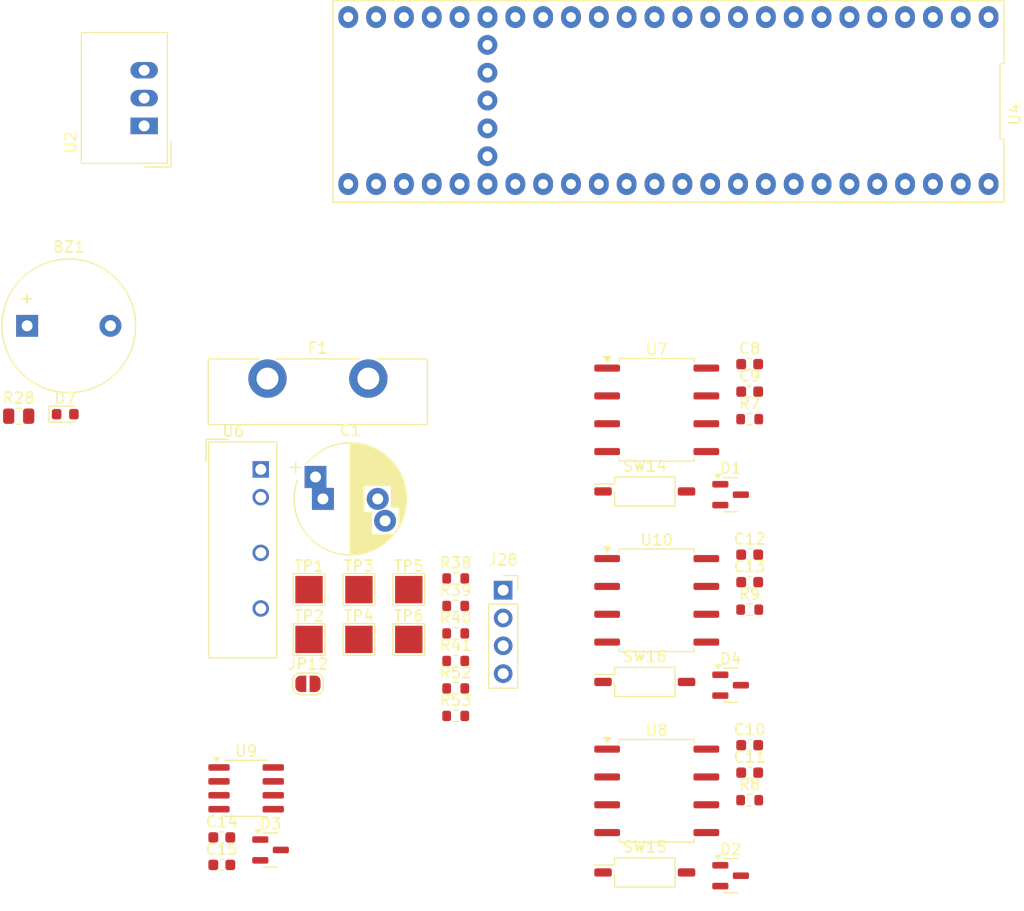
<source format=kicad_pcb>
(kicad_pcb (version 20241229) (generator "pcbnew") (generator_version "9.0")
  (layers (0 "F.Cu" signal) (2 "B.Cu" signal) (13 "F.Paste" user) (15 "B.Paste" user) (5 "F.SilkS" user "F.Silkscreen") (7 "B.SilkS" user "B.Silkscreen") (1 "F.Mask" user) (3 "B.Mask" user) (25 "Edge.Cuts" user))
  (net 0 "")
  (net 1 "+12V")
  (net 2 "GND")
  (net 3 "+3.3V")
  (net 4 "+5V_ISO")
  (net 5 "GND_ISO")
  (net 6 "+5V")
  (net 7 "/CAN1_HIGH_ISO")
  (net 8 "/CAN1_LOW_ISO")
  (net 9 "/CAN2_LOW_ISO")
  (net 10 "/CAN2_HIGH_ISO")
  (net 11 "/UART_TX_ISO")
  (net 12 "/UART_RX_ISO")
  (net 13 "/CAN3_HIGH")
  (net 14 "/CAN3_LOW")
  (net 15 "/RAW_INPUT")
  (net 16 "I2C_SCL")
  (net 17 "I2C_SDA")
  (net 18 "Net-(JP12-A)")
  (net 19 "Net-(R7-Pad2)")
  (net 20 "Net-(R8-Pad2)")
  (net 21 "Net-(R9-Pad2)")
  (net 22 "Net-(U4-31_CTX3)")
  (net 25 "Net-(U4-30_CRX3)")
  (net 26 "Net-(U4-22_A8_CTX1)")
  (net 27 "/CAN1_TX")
  (net 28 "Net-(U4-23_A9_CRX1_MCLK1)")
  (net 29 "/CAN1_RX")
  (net 30 "/SERIAL1_RX")
  (net 31 "Net-(U4-0_RX1_CRX2_CS1)")
  (net 32 "/SERIAL1_TX")
  (net 33 "Net-(U4-1_TX1_CTX2_MISO1)")
  (net 34 "/CAN2_RX")
  (net 35 "/CAN2_TX")
  (net 36 "/UART_TX")
  (net 37 "/UART_RX")
  (net 38 "/CAN3_RX")
  (net 39 "/CAN3_TX")
  (net 42 "V_Supply_Sense")
  (net 81 "Net-(D7-A)")
  (footprint "TestPoint:TestPoint_Pad_2.5x2.5mm" (layer "F.Cu") (at 121.0525 91.785)
    (property "Reference" "TP3" (at 0 -2.148 0) (layer "F.SilkS"))
    (property "Value" "TestPoint")
    (pad "1" smd rect (at 0 0) (size 2.5 2.5) (layers "F.Cu" "F.Mask") (net 3 "+3.3V"))
  )
  (footprint "Resistor_SMD:R_0603_1608Metric" (layer "F.Cu") (at 129.8825 100.805)
    (property "Reference" "R52" (at 0 -1.43 0) (layer "F.SilkS"))
    (property "Value" "330R")
    (pad "1" smd roundrect (at -0.825 0) (size 0.8 0.95) (layers "F.Cu" "F.Mask" "F.Paste") (net 31 "Net-(U4-0_RX1_CRX2_CS1)"))
    (pad "2" smd roundrect (at 0.825 0) (size 0.8 0.95) (layers "F.Cu" "F.Mask" "F.Paste") (net 30 "/SERIAL1_RX"))
  )
  (footprint "Package_TO_SOT_SMD:SOT-23" (layer "F.Cu") (at 154.9625 83.12)
    (property "Reference" "D1" (at 0 -2.4 0) (layer "F.SilkS"))
    (property "Value" "PESD1CAN")
    (pad "1" smd roundrect (at -0.9375 -0.95) (size 1.475 0.6) (layers "F.Cu" "F.Mask" "F.Paste") (net 8 "/CAN1_LOW_ISO"))
    (pad "2" smd roundrect (at -0.9375 0.95) (size 1.475 0.6) (layers "F.Cu" "F.Mask" "F.Paste") (net 7 "/CAN1_HIGH_ISO"))
    (pad "3" smd roundrect (at 0.9375 0) (size 1.475 0.6) (layers "F.Cu" "F.Mask" "F.Paste") (net 5 "GND_ISO"))
  )
  (footprint "teensy_library:Teensy_4.1_RTC" (layer "F.Cu") (at 149.29 48.415 180)
    (property "Reference" "U4" (at -31.61 0 90) (layer "F.SilkS"))
    (property "Value" "Teensy4.1")
    (pad "1" thru_hole oval (at -29.21 8.89 180) (size 1.8 2) (drill 0.9) (layers "*.Cu" "*.Mask") (net 2 "GND"))
    (pad "2" thru_hole oval (at -26.67 8.89 180) (size 1.8 2) (drill 0.9) (layers "*.Cu" "*.Mask") (net 31 "Net-(U4-0_RX1_CRX2_CS1)"))
    (pad "3" thru_hole oval (at -24.13 8.89 180) (size 1.8 2) (drill 0.9) (layers "*.Cu" "*.Mask") (net 33 "Net-(U4-1_TX1_CTX2_MISO1)"))
    (pad "4" thru_hole oval (at -21.59 8.89 180) (size 1.8 2) (drill 0.9) (layers "*.Cu" "*.Mask"))
    (pad "5" thru_hole oval (at -19.05 8.89 180) (size 1.8 2) (drill 0.9) (layers "*.Cu" "*.Mask"))
    (pad "6" thru_hole oval (at -16.51 8.89 180) (size 1.8 2) (drill 0.9) (layers "*.Cu" "*.Mask"))
    (pad "7" thru_hole oval (at -13.97 8.89 180) (size 1.8 2) (drill 0.9) (layers "*.Cu" "*.Mask"))
    (pad "8" thru_hole oval (at -11.43 8.89 180) (size 1.8 2) (drill 0.9) (layers "*.Cu" "*.Mask"))
    (pad "9" thru_hole oval (at -8.89 8.89 180) (size 1.8 2) (drill 0.9) (layers "*.Cu" "*.Mask"))
    (pad "10" thru_hole oval (at -6.35 8.89 180) (size 1.8 2) (drill 0.9) (layers "*.Cu" "*.Mask"))
    (pad "11" thru_hole oval (at -3.81 8.89 180) (size 1.8 2) (drill 0.9) (layers "*.Cu" "*.Mask"))
    (pad "12" thru_hole oval (at -1.27 8.89 180) (size 1.8 2) (drill 0.9) (layers "*.Cu" "*.Mask"))
    (pad "13" thru_hole oval (at 1.27 8.89 180) (size 1.8 2) (drill 0.9) (layers "*.Cu" "*.Mask"))
    (pad "14" thru_hole oval (at 3.81 8.89 180) (size 1.8 2) (drill 0.9) (layers "*.Cu" "*.Mask"))
    (pad "15" thru_hole oval (at 6.35 8.89 180) (size 1.8 2) (drill 0.9) (layers "*.Cu" "*.Mask") (net 18 "Net-(JP12-A)"))
    (pad "16" thru_hole oval (at 8.89 8.89 180) (size 1.8 2) (drill 0.9) (layers "*.Cu" "*.Mask") (net 42 "V_Supply_Sense"))
    (pad "17" thru_hole oval (at 11.43 8.89 180) (size 1.8 2) (drill 0.9) (layers "*.Cu" "*.Mask"))
    (pad "18" thru_hole oval (at 13.97 8.89 180) (size 1.8 2) (drill 0.9) (layers "*.Cu" "*.Mask"))
    (pad "19" thru_hole oval (at 16.51 8.89 180) (size 1.8 2) (drill 0.9) (layers "*.Cu" "*.Mask"))
    (pad "20" thru_hole oval (at 19.05 8.89 180) (size 1.8 2) (drill 0.9) (layers "*.Cu" "*.Mask"))
    (pad "21" thru_hole oval (at 21.59 8.89 180) (size 1.8 2) (drill 0.9) (layers "*.Cu" "*.Mask"))
    (pad "22" thru_hole oval (at 24.13 8.89 180) (size 1.8 2) (drill 0.9) (layers "*.Cu" "*.Mask") (net 25 "Net-(U4-30_CRX3)"))
    (pad "23" thru_hole oval (at 26.67 8.89 180) (size 1.8 2) (drill 0.9) (layers "*.Cu" "*.Mask") (net 22 "Net-(U4-31_CTX3)"))
    (pad "24" thru_hole oval (at 29.21 8.89 180) (size 1.8 2) (drill 0.9) (layers "*.Cu" "*.Mask"))
    (pad "25" thru_hole oval (at 29.21 -6.35 180) (size 1.8 2) (drill 0.9) (layers "*.Cu" "*.Mask"))
    (pad "26" thru_hole oval (at 26.67 -6.35 180) (size 1.8 2) (drill 0.9) (layers "*.Cu" "*.Mask"))
    (pad "27" thru_hole oval (at 24.13 -6.35 180) (size 1.8 2) (drill 0.9) (layers "*.Cu" "*.Mask"))
    (pad "28" thru_hole oval (at 21.59 -6.35 180) (size 1.8 2) (drill 0.9) (layers "*.Cu" "*.Mask"))
    (pad "29" thru_hole oval (at 19.05 -6.35 180) (size 1.8 2) (drill 0.9) (layers "*.Cu" "*.Mask"))
    (pad "30" thru_hole oval (at 16.51 -6.35 180) (size 1.8 2) (drill 0.9) (layers "*.Cu" "*.Mask"))
    (pad "31" thru_hole oval (at 13.97 -6.35 180) (size 1.8 2) (drill 0.9) (layers "*.Cu" "*.Mask"))
    (pad "32" thru_hole oval (at 11.43 -6.35 180) (size 1.8 2) (drill 0.9) (layers "*.Cu" "*.Mask"))
    (pad "33" thru_hole oval (at 8.89 -6.35 180) (size 1.8 2) (drill 0.9) (layers "*.Cu" "*.Mask"))
    (pad "34" thru_hole oval (at 6.35 -6.35 180) (size 1.8 2) (drill 0.9) (layers "*.Cu" "*.Mask") (net 2 "GND"))
    (pad "35" thru_hole oval (at 3.81 -6.35 180) (size 1.8 2) (drill 0.9) (layers "*.Cu" "*.Mask"))
    (pad "36" thru_hole oval (at 1.27 -6.35 180) (size 1.8 2) (drill 0.9) (layers "*.Cu" "*.Mask"))
    (pad "37" thru_hole oval (at -1.27 -6.35 180) (size 1.8 2) (drill 0.9) (layers "*.Cu" "*.Mask"))
    (pad "38" thru_hole oval (at -3.81 -6.35 180) (size 1.8 2) (drill 0.9) (layers "*.Cu" "*.Mask"))
    (pad "39" thru_hole oval (at -6.35 -6.35 180) (size 1.8 2) (drill 0.9) (layers "*.Cu" "*.Mask"))
    (pad "40" thru_hole oval (at -8.89 -6.35 180) (size 1.8 2) (drill 0.9) (layers "*.Cu" "*.Mask"))
    (pad "41" thru_hole oval (at -11.43 -6.35 180) (size 1.8 2) (drill 0.9) (layers "*.Cu" "*.Mask"))
    (pad "42" thru_hole oval (at -13.97 -6.35 180) (size 1.8 2) (drill 0.9) (layers "*.Cu" "*.Mask"))
    (pad "43" thru_hole oval (at -16.51 -6.35 180) (size 1.8 2) (drill 0.9) (layers "*.Cu" "*.Mask"))
    (pad "44" thru_hole oval (at -19.05 -6.35 180) (size 1.8 2) (drill 0.9) (layers "*.Cu" "*.Mask") (net 26 "Net-(U4-22_A8_CTX1)"))
    (pad "45" thru_hole oval (at -21.59 -6.35 180) (size 1.8 2) (drill 0.9) (layers "*.Cu" "*.Mask") (net 28 "Net-(U4-23_A9_CRX1_MCLK1)"))
    (pad "46" thru_hole oval (at -24.13 -6.35 180) (size 1.8 2) (drill 0.9) (layers "*.Cu" "*.Mask") (net 3 "+3.3V"))
    (pad "47" thru_hole oval (at -26.67 -6.35 180) (size 1.8 2) (drill 0.9) (layers "*.Cu" "*.Mask") (net 2 "GND"))
    (pad "48" thru_hole oval (at -29.21 -6.35 180) (size 1.8 2) (drill 0.9) (layers "*.Cu" "*.Mask") (net 6 "+5V"))
    (pad "49" thru_hole circle (at 16.51 6.35 180) (size 1.8 1.8) (drill 0.9) (layers "*.Cu" "*.Mask"))
    (pad "50" thru_hole circle (at 16.51 3.81 180) (size 1.8 1.8) (drill 0.9) (layers "*.Cu" "*.Mask"))
    (pad "51" thru_hole circle (at 16.51 1.27 180) (size 1.8 1.8) (drill 0.9) (layers "*.Cu" "*.Mask"))
    (pad "52" thru_hole circle (at 16.51 -1.27 180) (size 1.8 1.8) (drill 0.9) (layers "*.Cu" "*.Mask"))
    (pad "53" thru_hole circle (at 16.51 -3.81 180) (size 1.8 1.8) (drill 0.9) (layers "*.Cu" "*.Mask"))
  )
  (footprint "Connector_PinSocket_2.54mm:PinSocket_1x04_P2.54mm_Vertical" (layer "F.Cu") (at 134.2125 91.835)
    (property "Reference" "J28" (at 0 -2.77 0) (layer "F.SilkS"))
    (property "Value" "OLED")
    (pad "1" thru_hole rect (at 0 0) (size 1.7 1.7) (drill 1) (layers "*.Cu" "*.Mask") (net 17 "I2C_SDA"))
    (pad "2" thru_hole oval (at 0 2.54) (size 1.7 1.7) (drill 1) (layers "*.Cu" "*.Mask") (net 16 "I2C_SCL"))
    (pad "3" thru_hole oval (at 0 5.08) (size 1.7 1.7) (drill 1) (layers "*.Cu" "*.Mask") (net 3 "+3.3V"))
    (pad "4" thru_hole oval (at 0 7.62) (size 1.7 1.7) (drill 1) (layers "*.Cu" "*.Mask") (net 2 "GND"))
  )
  (footprint "Package_SO:SOP-8_6.62x9.15mm_P2.54mm" (layer "F.Cu") (at 148.2225 75.375)
    (property "Reference" "U7" (at 0 -5.52 0) (layer "F.SilkS"))
    (property "Value" "ISO1050DUB")
    (pad "1" smd roundrect (at -4.525 -3.81) (size 2.35 0.65) (layers "F.Cu" "F.Mask" "F.Paste") (net 3 "+3.3V"))
    (pad "2" smd roundrect (at -4.525 -1.27) (size 2.35 0.65) (layers "F.Cu" "F.Mask" "F.Paste") (net 29 "/CAN1_RX"))
    (pad "3" smd roundrect (at -4.525 1.27) (size 2.35 0.65) (layers "F.Cu" "F.Mask" "F.Paste") (net 27 "/CAN1_TX"))
    (pad "4" smd roundrect (at -4.525 3.81) (size 2.35 0.65) (layers "F.Cu" "F.Mask" "F.Paste") (net 2 "GND"))
    (pad "5" smd roundrect (at 4.525 3.81) (size 2.35 0.65) (layers "F.Cu" "F.Mask" "F.Paste") (net 5 "GND_ISO"))
    (pad "6" smd roundrect (at 4.525 1.27) (size 2.35 0.65) (layers "F.Cu" "F.Mask" "F.Paste") (net 8 "/CAN1_LOW_ISO"))
    (pad "7" smd roundrect (at 4.525 -1.27) (size 2.35 0.65) (layers "F.Cu" "F.Mask" "F.Paste") (net 7 "/CAN1_HIGH_ISO"))
    (pad "8" smd roundrect (at 4.525 -3.81) (size 2.35 0.65) (layers "F.Cu" "F.Mask" "F.Paste") (net 4 "+5V_ISO"))
  )
  (footprint "Package_SO:SOP-8_6.62x9.15mm_P2.54mm" (layer "F.Cu") (at 148.2225 92.765)
    (property "Reference" "U10" (at 0 -5.52 0) (layer "F.SilkS"))
    (property "Value" "ISO1050DUB")
    (pad "1" smd roundrect (at -4.525 -3.81) (size 2.35 0.65) (layers "F.Cu" "F.Mask" "F.Paste") (net 3 "+3.3V"))
    (pad "2" smd roundrect (at -4.525 -1.27) (size 2.35 0.65) (layers "F.Cu" "F.Mask" "F.Paste") (net 38 "/CAN3_RX"))
    (pad "3" smd roundrect (at -4.525 1.27) (size 2.35 0.65) (layers "F.Cu" "F.Mask" "F.Paste") (net 39 "/CAN3_TX"))
    (pad "4" smd roundrect (at -4.525 3.81) (size 2.35 0.65) (layers "F.Cu" "F.Mask" "F.Paste") (net 2 "GND"))
    (pad "5" smd roundrect (at 4.525 3.81) (size 2.35 0.65) (layers "F.Cu" "F.Mask" "F.Paste") (net 2 "GND"))
    (pad "6" smd roundrect (at 4.525 1.27) (size 2.35 0.65) (layers "F.Cu" "F.Mask" "F.Paste") (net 14 "/CAN3_LOW"))
    (pad "7" smd roundrect (at 4.525 -1.27) (size 2.35 0.65) (layers "F.Cu" "F.Mask" "F.Paste") (net 13 "/CAN3_HIGH"))
    (pad "8" smd roundrect (at 4.525 -3.81) (size 2.35 0.65) (layers "F.Cu" "F.Mask" "F.Paste") (net 6 "+5V"))
  )
  (footprint "Converter_DCDC:Converter_DCDC_TRACO_TSR-1_THT" (layer "F.Cu") (at 101.4575 49.4575 90)
    (property "Reference" "U2" (at -1.5 -6.71 90) (layer "F.SilkS"))
    (property "Value" "TSR_1-2450")
    (pad "1" thru_hole rect (at 0 0 90) (size 1.5 2.5) (drill 1) (layers "*.Cu" "*.Mask") (net 1 "+12V"))
    (pad "2" thru_hole oval (at 2.54 0 90) (size 1.5 2.5) (drill 1) (layers "*.Cu" "*.Mask") (net 2 "GND"))
    (pad "3" thru_hole oval (at 5.08 0 90) (size 1.5 2.5) (drill 1) (layers "*.Cu" "*.Mask") (net 6 "+5V"))
  )
  (footprint "Package_TO_SOT_SMD:SOT-23" (layer "F.Cu") (at 154.9625 117.9)
    (property "Reference" "D2" (at 0 -2.4 0) (layer "F.SilkS"))
    (property "Value" "PESD1CAN")
    (pad "1" smd roundrect (at -0.9375 -0.95) (size 1.475 0.6) (layers "F.Cu" "F.Mask" "F.Paste") (net 9 "/CAN2_LOW_ISO"))
    (pad "2" smd roundrect (at -0.9375 0.95) (size 1.475 0.6) (layers "F.Cu" "F.Mask" "F.Paste") (net 10 "/CAN2_HIGH_ISO"))
    (pad "3" smd roundrect (at 0.9375 0) (size 1.475 0.6) (layers "F.Cu" "F.Mask" "F.Paste") (net 5 "GND_ISO"))
  )
  (footprint "Package_TO_SOT_SMD:SOT-23" (layer "F.Cu") (at 112.9925 115.55)
    (property "Reference" "D3" (at 0 -2.4 0) (layer "F.SilkS"))
    (property "Value" "PESD1CAN")
    (pad "1" smd roundrect (at -0.9375 -0.95) (size 1.475 0.6) (layers "F.Cu" "F.Mask" "F.Paste") (net 12 "/UART_RX_ISO"))
    (pad "2" smd roundrect (at -0.9375 0.95) (size 1.475 0.6) (layers "F.Cu" "F.Mask" "F.Paste") (net 11 "/UART_TX_ISO"))
    (pad "3" smd roundrect (at 0.9375 0) (size 1.475 0.6) (layers "F.Cu" "F.Mask" "F.Paste") (net 5 "GND_ISO"))
  )
  (footprint "Capacitor_SMD:C_0603_1608Metric" (layer "F.Cu") (at 156.7025 108.495)
    (property "Reference" "C11" (at 0 -1.43 0) (layer "F.SilkS"))
    (property "Value" "1uF")
    (pad "1" smd roundrect (at -0.775 0) (size 0.9 0.95) (layers "F.Cu" "F.Mask" "F.Paste") (net 5 "GND_ISO"))
    (pad "2" smd roundrect (at 0.775 0) (size 0.9 0.95) (layers "F.Cu" "F.Mask" "F.Paste") (net 4 "+5V_ISO"))
  )
  (footprint "Package_SO:SOP-8_6.62x9.15mm_P2.54mm" (layer "F.Cu") (at 148.2225 110.155)
    (property "Reference" "U8" (at 0 -5.52 0) (layer "F.SilkS"))
    (property "Value" "ISO1050DUB")
    (pad "1" smd roundrect (at -4.525 -3.81) (size 2.35 0.65) (layers "F.Cu" "F.Mask" "F.Paste") (net 3 "+3.3V"))
    (pad "2" smd roundrect (at -4.525 -1.27) (size 2.35 0.65) (layers "F.Cu" "F.Mask" "F.Paste") (net 34 "/CAN2_RX"))
    (pad "3" smd roundrect (at -4.525 1.27) (size 2.35 0.65) (layers "F.Cu" "F.Mask" "F.Paste") (net 35 "/CAN2_TX"))
    (pad "4" smd roundrect (at -4.525 3.81) (size 2.35 0.65) (layers "F.Cu" "F.Mask" "F.Paste") (net 2 "GND"))
    (pad "5" smd roundrect (at 4.525 3.81) (size 2.35 0.65) (layers "F.Cu" "F.Mask" "F.Paste") (net 5 "GND_ISO"))
    (pad "6" smd roundrect (at 4.525 1.27) (size 2.35 0.65) (layers "F.Cu" "F.Mask" "F.Paste") (net 9 "/CAN2_LOW_ISO"))
    (pad "7" smd roundrect (at 4.525 -1.27) (size 2.35 0.65) (layers "F.Cu" "F.Mask" "F.Paste") (net 10 "/CAN2_HIGH_ISO"))
    (pad "8" smd roundrect (at 4.525 -3.81) (size 2.35 0.65) (layers "F.Cu" "F.Mask" "F.Paste") (net 4 "+5V_ISO"))
  )
  (footprint "Capacitor_SMD:C_0603_1608Metric" (layer "F.Cu") (at 156.7025 91.105)
    (property "Reference" "C13" (at 0 -1.43 0) (layer "F.SilkS"))
    (property "Value" "1uF")
    (pad "1" smd roundrect (at -0.775 0) (size 0.9 0.95) (layers "F.Cu" "F.Mask" "F.Paste") (net 2 "GND"))
    (pad "2" smd roundrect (at 0.775 0) (size 0.9 0.95) (layers "F.Cu" "F.Mask" "F.Paste") (net 6 "+5V"))
  )
  (footprint "TestPoint:TestPoint_Pad_2.5x2.5mm" (layer "F.Cu") (at 116.5025 91.785)
    (property "Reference" "TP1" (at 0 -2.148 0) (layer "F.SilkS"))
    (property "Value" "TestPoint")
    (pad "1" smd rect (at 0 0) (size 2.5 2.5) (layers "F.Cu" "F.Mask") (net 1 "+12V"))
  )
  (footprint "Button_Switch_SMD:SW_DIP_SPSTx01_Slide_Copal_CHS-01B_W7.62mm_P1.27mm" (layer "F.Cu") (at 147.1325 117.605)
    (property "Reference" "SW15" (at 0 -2.33 0) (layer "F.SilkS"))
    (property "Value" "SW_DIP_x01")
    (pad "1" smd roundrect (at -3.81 0) (size 1.6 0.76) (layers "F.Cu" "F.Mask" "F.Paste") (net 5 "GND_ISO"))
    (pad "2" smd roundrect (at 3.81 0) (size 1.6 0.76) (layers "F.Cu" "F.Mask" "F.Paste") (net 20 "Net-(R8-Pad2)"))
  )
  (footprint "Button_Switch_SMD:SW_DIP_SPSTx01_Slide_Copal_CHS-01B_W7.62mm_P1.27mm" (layer "F.Cu") (at 147.1325 82.825)
    (property "Reference" "SW14" (at 0 -2.33 0) (layer "F.SilkS"))
    (property "Value" "SW_DIP_x01")
    (pad "1" smd roundrect (at -3.81 0) (size 1.6 0.76) (layers "F.Cu" "F.Mask" "F.Paste") (net 5 "GND_ISO"))
    (pad "2" smd roundrect (at 3.81 0) (size 1.6 0.76) (layers "F.Cu" "F.Mask" "F.Paste") (net 19 "Net-(R7-Pad2)"))
  )
  (footprint "Resistor_SMD:R_0603_1608Metric" (layer "F.Cu") (at 156.7025 111.005)
    (property "Reference" "R8" (at 0 -1.43 0) (layer "F.SilkS"))
    (property "Value" "120")
    (pad "1" smd roundrect (at -0.825 0) (size 0.8 0.95) (layers "F.Cu" "F.Mask" "F.Paste") (net 10 "/CAN2_HIGH_ISO"))
    (pad "2" smd roundrect (at 0.825 0) (size 0.8 0.95) (layers "F.Cu" "F.Mask" "F.Paste") (net 20 "Net-(R8-Pad2)"))
  )
  (footprint "Capacitor_SMD:C_0603_1608Metric" (layer "F.Cu") (at 108.5425 116.915)
    (property "Reference" "C15" (at 0 -1.43 0) (layer "F.SilkS"))
    (property "Value" "1uF")
    (pad "1" smd roundrect (at -0.775 0) (size 0.9 0.95) (layers "F.Cu" "F.Mask" "F.Paste") (net 5 "GND_ISO"))
    (pad "2" smd roundrect (at 0.775 0) (size 0.9 0.95) (layers "F.Cu" "F.Mask" "F.Paste") (net 4 "+5V_ISO"))
  )
  (footprint "Package_SO:SOIC-8_3.9x4.9mm_P1.27mm" (layer "F.Cu") (at 110.7625 109.925)
    (property "Reference" "U9" (at 0 -3.4 0) (layer "F.SilkS"))
    (property "Value" "ISO7221C")
    (pad "1" smd roundrect (at -2.475 -1.905) (size 1.95 0.6) (layers "F.Cu" "F.Mask" "F.Paste") (net 3 "+3.3V"))
    (pad "2" smd roundrect (at -2.475 -0.635) (size 1.95 0.6) (layers "F.Cu" "F.Mask" "F.Paste") (net 37 "/UART_RX"))
    (pad "3" smd roundrect (at -2.475 0.635) (size 1.95 0.6) (layers "F.Cu" "F.Mask" "F.Paste") (net 36 "/UART_TX"))
    (pad "4" smd roundrect (at -2.475 1.905) (size 1.95 0.6) (layers "F.Cu" "F.Mask" "F.Paste") (net 2 "GND"))
    (pad "5" smd roundrect (at 2.475 1.905) (size 1.95 0.6) (layers "F.Cu" "F.Mask" "F.Paste") (net 5 "GND_ISO"))
    (pad "6" smd roundrect (at 2.475 0.635) (size 1.95 0.6) (layers "F.Cu" "F.Mask" "F.Paste") (net 11 "/UART_TX_ISO"))
    (pad "7" smd roundrect (at 2.475 -0.635) (size 1.95 0.6) (layers "F.Cu" "F.Mask" "F.Paste") (net 12 "/UART_RX_ISO"))
    (pad "8" smd roundrect (at 2.475 -1.905) (size 1.95 0.6) (layers "F.Cu" "F.Mask" "F.Paste") (net 4 "+5V_ISO"))
  )
  (footprint "TestPoint:TestPoint_Pad_2.5x2.5mm" (layer "F.Cu") (at 121.0525 96.335)
    (property "Reference" "TP4" (at 0 -2.148 0) (layer "F.SilkS"))
    (property "Value" "TestPoint")
    (pad "1" smd rect (at 0 0) (size 2.5 2.5) (layers "F.Cu" "F.Mask") (net 4 "+5V_ISO"))
  )
  (footprint "Resistor_SMD:R_0603_1608Metric" (layer "F.Cu") (at 156.7025 76.225)
    (property "Reference" "R7" (at 0 -1.43 0) (layer "F.SilkS"))
    (property "Value" "120")
    (pad "1" smd roundrect (at -0.825 0) (size 0.8 0.95) (layers "F.Cu" "F.Mask" "F.Paste") (net 7 "/CAN1_HIGH_ISO"))
    (pad "2" smd roundrect (at 0.825 0) (size 0.8 0.95) (layers "F.Cu" "F.Mask" "F.Paste") (net 19 "Net-(R7-Pad2)"))
  )
  (footprint "Fuse:Fuseholder_Blade_ATO_Littelfuse_Pudenz_2_Pin" (layer "F.Cu") (at 112.7125 72.525)
    (property "Reference" "F1" (at 4.57 -2.78 0) (layer "F.SilkS"))
    (property "Value" "20A Fuse")
    (pad "" np_thru_hole circle (at 4.6 1.2) (size 2.4 2.4) (drill 2.4) (layers "*.Cu" "*.Mask"))
    (pad "1" thru_hole circle (at 0 0) (size 3.5 3.5) (drill 2) (layers "*.Cu" "*.Mask") (net 15 "/RAW_INPUT"))
    (pad "2" thru_hole circle (at 9.2 0) (size 3.5 3.5) (drill 2) (layers "*.Cu" "*.Mask") (net 1 "+12V"))
  )
  (footprint "Resistor_SMD:R_0603_1608Metric" (layer "F.Cu") (at 129.8825 103.315)
    (property "Reference" "R53" (at 0 -1.43 0) (layer "F.SilkS"))
    (property "Value" "330R")
    (pad "1" smd roundrect (at -0.825 0) (size 0.8 0.95) (layers "F.Cu" "F.Mask" "F.Paste") (net 33 "Net-(U4-1_TX1_CTX2_MISO1)"))
    (pad "2" smd roundrect (at 0.825 0) (size 0.8 0.95) (layers "F.Cu" "F.Mask" "F.Paste") (net 32 "/SERIAL1_TX"))
  )
  (footprint "Buzzer_Beeper:Buzzer_12x9.5RM7.6" (layer "F.Cu") (at 90.7825 67.705)
    (property "Reference" "BZ1" (at 3.8 -7.2 0) (layer "F.SilkS"))
    (property "Value" "Buzzer")
    (fp_text user "+" (at -0.01 -2.54 0) (layer "F.SilkS"))
    (pad "1" thru_hole rect (at 0 0) (size 2 2) (drill 1) (layers "*.Cu" "*.Mask") (net 15 "/RAW_INPUT"))
    (pad "2" thru_hole circle (at 7.6 0) (size 2 2) (drill 1) (layers "*.Cu" "*.Mask") (net 1 "+12V"))
  )
  (footprint "TestPoint:TestPoint_Pad_2.5x2.5mm" (layer "F.Cu") (at 125.6025 96.335)
    (property "Reference" "TP6" (at 0 -2.148 0) (layer "F.SilkS"))
    (property "Value" "TestPoint")
    (pad "1" smd rect (at 0 0) (size 2.5 2.5) (layers "F.Cu" "F.Mask") (net 5 "GND_ISO"))
  )
  (footprint "Resistor_SMD:R_0603_1608Metric" (layer "F.Cu") (at 129.8825 93.275)
    (property "Reference" "R39" (at 0 -1.43 0) (layer "F.SilkS"))
    (property "Value" "330R")
    (pad "1" smd roundrect (at -0.825 0) (size 0.8 0.95) (layers "F.Cu" "F.Mask" "F.Paste") (net 25 "Net-(U4-30_CRX3)"))
    (pad "2" smd roundrect (at 0.825 0) (size 0.8 0.95) (layers "F.Cu" "F.Mask" "F.Paste"))
  )
  (footprint "TestPoint:TestPoint_Pad_2.5x2.5mm" (layer "F.Cu") (at 125.6025 91.785)
    (property "Reference" "TP5" (at 0 -2.148 0) (layer "F.SilkS"))
    (property "Value" "TestPoint")
    (pad "1" smd rect (at 0 0) (size 2.5 2.5) (layers "F.Cu" "F.Mask") (net 2 "GND"))
  )
  (footprint "Resistor_SMD:R_0805_2012Metric" (layer "F.Cu") (at 90.0125 75.955)
    (property "Reference" "R28" (at 0 -1.65 0) (layer "F.SilkS"))
    (property "Value" "10k")
    (pad "1" smd roundrect (at -0.9125 0) (size 1.025 1.4) (layers "F.Cu" "F.Mask" "F.Paste") (roundrect_rratio 0.243902) (net 81 "Net-(D7-A)"))
    (pad "2" smd roundrect (at 0.9125 0) (size 1.025 1.4) (layers "F.Cu" "F.Mask" "F.Paste") (roundrect_rratio 0.243902) (net 15 "/RAW_INPUT"))
  )
  (footprint "Resistor_SMD:R_0603_1608Metric" (layer "F.Cu") (at 129.8825 95.785)
    (property "Reference" "R40" (at 0 -1.43 0) (layer "F.SilkS"))
    (property "Value" "330R")
    (pad "1" smd roundrect (at -0.825 0) (size 0.8 0.95) (layers "F.Cu" "F.Mask" "F.Paste") (net 27 "/CAN1_TX"))
    (pad "2" smd roundrect (at 0.825 0) (size 0.8 0.95) (layers "F.Cu" "F.Mask" "F.Paste") (net 26 "Net-(U4-22_A8_CTX1)"))
  )
  (footprint "Resistor_SMD:R_0603_1608Metric" (layer "F.Cu") (at 156.7025 93.615)
    (property "Reference" "R9" (at 0 -1.43 0) (layer "F.SilkS"))
    (property "Value" "120")
    (pad "1" smd roundrect (at -0.825 0) (size 0.8 0.95) (layers "F.Cu" "F.Mask" "F.Paste") (net 13 "/CAN3_HIGH"))
    (pad "2" smd roundrect (at 0.825 0) (size 0.8 0.95) (layers "F.Cu" "F.Mask" "F.Paste") (net 21 "Net-(R9-Pad2)"))
  )
  (footprint "Capacitor_SMD:C_0603_1608Metric" (layer "F.Cu") (at 156.7025 88.595)
    (property "Reference" "C12" (at 0 -1.43 0) (layer "F.SilkS"))
    (property "Value" "1uF")
    (pad "1" smd roundrect (at -0.775 0) (size 0.9 0.95) (layers "F.Cu" "F.Mask" "F.Paste") (net 2 "GND"))
    (pad "2" smd roundrect (at 0.775 0) (size 0.9 0.95) (layers "F.Cu" "F.Mask" "F.Paste") (net 3 "+3.3V"))
  )
  (footprint "TestPoint:TestPoint_Pad_2.5x2.5mm" (layer "F.Cu") (at 116.5025 96.335)
    (property "Reference" "TP2" (at 0 -2.148 0) (layer "F.SilkS"))
    (property "Value" "TestPoint")
    (pad "1" smd rect (at 0 0) (size 2.5 2.5) (layers "F.Cu" "F.Mask") (net 6 "+5V"))
  )
  (footprint "Converter_DCDC:Converter_DCDC_TRACO_TBA1-xxxxE_Single_THT" (layer "F.Cu") (at 112.0975 80.81)
    (property "Reference" "U6" (at -2.5 -3.49 0) (layer "F.SilkS"))
    (property "Value" "TBA1-0511E")
    (pad "1" thru_hole rect (at 0 0) (size 1.5 1.5) (drill 1) (layers "*.Cu" "*.Mask") (net 6 "+5V"))
    (pad "2" thru_hole circle (at 0 2.54) (size 1.5 1.5) (drill 1) (layers "*.Cu" "*.Mask") (net 2 "GND"))
    (pad "4" thru_hole circle (at 0 7.62) (size 1.5 1.5) (drill 1) (layers "*.Cu" "*.Mask") (net 5 "GND_ISO"))
    (pad "6" thru_hole circle (at 0 12.7) (size 1.5 1.5) (drill 1) (layers "*.Cu" "*.Mask") (net 4 "+5V_ISO"))
  )
  (footprint "Package_TO_SOT_SMD:SOT-23" (layer "F.Cu") (at 154.9625 100.51)
    (property "Reference" "D4" (at 0 -2.4 0) (layer "F.SilkS"))
    (property "Value" "PESD1CAN")
    (pad "1" smd roundrect (at -0.9375 -0.95) (size 1.475 0.6) (layers "F.Cu" "F.Mask" "F.Paste") (net 14 "/CAN3_LOW"))
    (pad "2" smd roundrect (at -0.9375 0.95) (size 1.475 0.6) (layers "F.Cu" "F.Mask" "F.Paste") (net 13 "/CAN3_HIGH"))
    (pad "3" smd roundrect (at 0.9375 0) (size 1.475 0.6) (layers "F.Cu" "F.Mask" "F.Paste") (net 2 "GND"))
  )
  (footprint "Capacitor_SMD:C_0603_1608Metric" (layer "F.Cu") (at 156.7025 73.715)
    (property "Reference" "C9" (at 0 -1.43 0) (layer "F.SilkS"))
    (property "Value" "1uF")
    (pad "1" smd roundrect (at -0.775 0) (size 0.9 0.95) (layers "F.Cu" "F.Mask" "F.Paste") (net 5 "GND_ISO"))
    (pad "2" smd roundrect (at 0.775 0) (size 0.9 0.95) (layers "F.Cu" "F.Mask" "F.Paste") (net 4 "+5V_ISO"))
  )
  (footprint "Resistor_SMD:R_0603_1608Metric" (layer "F.Cu") (at 129.8825 98.295)
    (property "Reference" "R41" (at 0 -1.43 0) (layer "F.SilkS"))
    (property "Value" "330R")
    (pad "1" smd roundrect (at -0.825 0) (size 0.8 0.95) (layers "F.Cu" "F.Mask" "F.Paste") (net 29 "/CAN1_RX"))
    (pad "2" smd roundrect (at 0.825 0) (size 0.8 0.95) (layers "F.Cu" "F.Mask" "F.Paste") (net 28 "Net-(U4-23_A9_CRX1_MCLK1)"))
  )
  (footprint "Resistor_SMD:R_0603_1608Metric" (layer "F.Cu") (at 129.8825 90.765)
    (property "Reference" "R38" (at 0 -1.43 0) (layer "F.SilkS"))
    (property "Value" "330R")
    (pad "1" smd roundrect (at -0.825 0) (size 0.8 0.95) (layers "F.Cu" "F.Mask" "F.Paste") (net 22 "Net-(U4-31_CTX3)"))
    (pad "2" smd roundrect (at 0.825 0) (size 0.8 0.95) (layers "F.Cu" "F.Mask" "F.Paste"))
  )
  (footprint "LED_SMD:LED_0603_1608Metric" (layer "F.Cu") (at 94.2625 75.775)
    (property "Reference" "D7" (at 0 -1.43 0) (layer "F.SilkS"))
    (property "Value" "LED")
    (pad "1" smd roundrect (at -0.7875 0) (size 0.875 0.95) (layers "F.Cu" "F.Mask" "F.Paste") (net 1 "+12V"))
    (pad "2" smd roundrect (at 0.7875 0) (size 0.875 0.95) (layers "F.Cu" "F.Mask" "F.Paste") (net 81 "Net-(D7-A)"))
  )
  (footprint "Capacitor_SMD:C_0603_1608Metric" (layer "F.Cu") (at 156.7025 105.985)
    (property "Reference" "C10" (at 0 -1.43 0) (layer "F.SilkS"))
    (property "Value" "1uF")
    (pad "1" smd roundrect (at -0.775 0) (size 0.9 0.95) (layers "F.Cu" "F.Mask" "F.Paste") (net 2 "GND"))
    (pad "2" smd roundrect (at 0.775 0) (size 0.9 0.95) (layers "F.Cu" "F.Mask" "F.Paste") (net 3 "+3.3V"))
  )
  (footprint "Capacitor_SMD:C_0603_1608Metric" (layer "F.Cu") (at 108.5425 114.405)
    (property "Reference" "C14" (at 0 -1.43 0) (layer "F.SilkS"))
    (property "Value" "1uF")
    (pad "1" smd roundrect (at -0.775 0) (size 0.9 0.95) (layers "F.Cu" "F.Mask" "F.Paste") (net 2 "GND"))
    (pad "2" smd roundrect (at 0.775 0) (size 0.9 0.95) (layers "F.Cu" "F.Mask" "F.Paste") (net 3 "+3.3V"))
  )
  (footprint "Jumper:SolderJumper-2_P1.3mm_Open_RoundedPad1.0x1.5mm" (layer "F.Cu") (at 116.4025 100.385)
    (property "Reference" "JP12" (at 0 -1.8 0) (layer "F.SilkS"))
    (property "Value" "SolderJumper_2_Open")
    (pad "1" smd custom (at -0.65 0) (size 1 0.5) (layers "F.Cu" "F.Mask") (net 18 "Net-(JP12-A)") (options (clearance outline) (anchor rect)) (primitives (gr_circle (center 0 0.25) (end 0.5 0.25) (width 0) (fill yes)) (gr_circle (center 0 -0.25) (end 0.5 -0.25) (width 0) (fill yes)) (gr_poly (pts (xy 0.5 0.75) (xy 0 0.75) (xy 0 -0.75) (xy 0.5 -0.75)) (width 0) (fill yes))))
    (pad "2" smd custom (at 0.65 0) (size 1 0.5) (layers "F.Cu" "F.Mask") (net 3 "+3.3V") (options (clearance outline) (anchor rect)) (primitives (gr_circle (center 0 0.25) (end 0.5 0.25) (width 0) (fill yes)) (gr_circle (center 0 -0.25) (end 0.5 -0.25) (width 0) (fill yes)) (gr_poly (pts (xy 0 0.75) (xy -0.5 0.75) (xy -0.5 -0.75) (xy 0 -0.75)) (width 0) (fill yes))))
  )
  (footprint "Capacitor_THT:CP_Radial_D10.0mm_P5.00mm_P7.50mm" (layer "F.Cu") (at 117.767146 83.505)
    (property "Reference" "C1" (at 2.5 -6.25 0) (layer "F.SilkS"))
    (property "Value" "1000uf 50V")
    (pad "1" thru_hole rect (at -0.672144 -2) (size 2 2) (drill 1) (layers "*.Cu" "*.Mask") (net 1 "+12V"))
    (pad "1" thru_hole rect (at 0 0) (size 2 2) (drill 1) (layers "*.Cu" "*.Mask") (net 1 "+12V"))
    (pad "2" thru_hole circle (at 5 0) (size 2 2) (drill 1) (layers "*.Cu" "*.Mask") (net 2 "GND"))
    (pad "2" thru_hole circle (at 5.672144 2) (size 2 2) (drill 1) (layers "*.Cu" "*.Mask") (net 2 "GND"))
  )
  (footprint "Capacitor_SMD:C_0603_1608Metric" (layer "F.Cu") (at 156.7025 71.205)
    (property "Reference" "C8" (at 0 -1.43 0) (layer "F.SilkS"))
    (property "Value" "1uF")
    (pad "1" smd roundrect (at -0.775 0) (size 0.9 0.95) (layers "F.Cu" "F.Mask" "F.Paste") (net 2 "GND"))
    (pad "2" smd roundrect (at 0.775 0) (size 0.9 0.95) (layers "F.Cu" "F.Mask" "F.Paste") (net 3 "+3.3V"))
  )
  (footprint "Button_Switch_SMD:SW_DIP_SPSTx01_Slide_Copal_CHS-01B_W7.62mm_P1.27mm" (layer "F.Cu") (at 147.1325 100.215)
    (property "Reference" "SW16" (at 0 -2.33 0) (layer "F.SilkS"))
    (property "Value" "SW_DIP_x01")
    (pad "1" smd roundrect (at -3.81 0) (size 1.6 0.76) (layers "F.Cu" "F.Mask" "F.Paste") (net 2 "GND"))
    (pad "2" smd roundrect (at 3.81 0) (size 1.6 0.76) (layers "F.Cu" "F.Mask" "F.Paste") (net 21 "Net-(R9-Pad2)"))
  )
)
</source>
